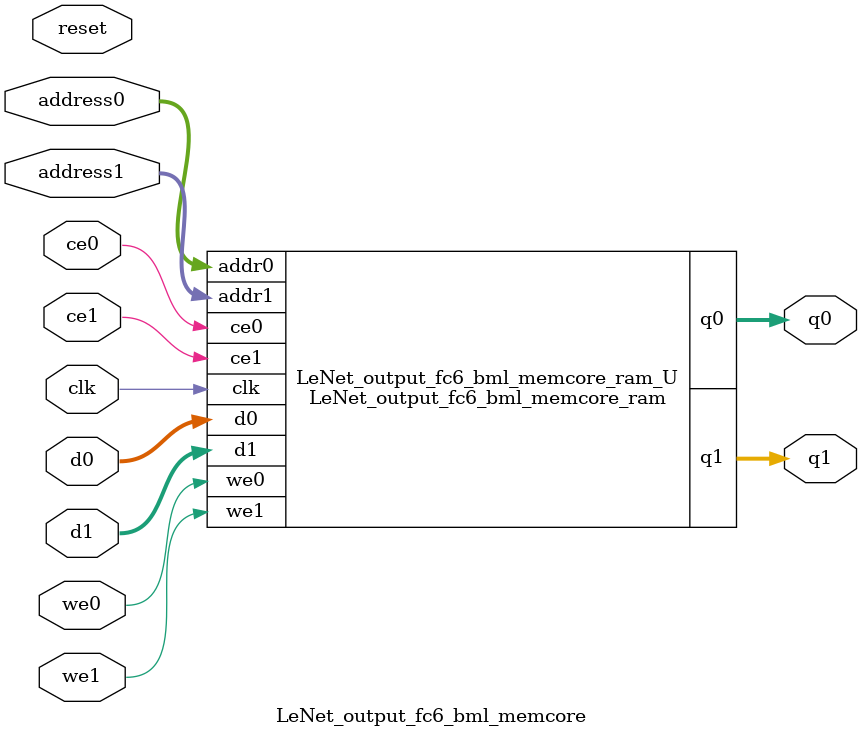
<source format=v>
`timescale 1 ns / 1 ps
module LeNet_output_fc6_bml_memcore_ram (addr0, ce0, d0, we0, q0, addr1, ce1, d1, we1, q1,  clk);

parameter DWIDTH = 32;
parameter AWIDTH = 4;
parameter MEM_SIZE = 10;

input[AWIDTH-1:0] addr0;
input ce0;
input[DWIDTH-1:0] d0;
input we0;
output reg[DWIDTH-1:0] q0;
input[AWIDTH-1:0] addr1;
input ce1;
input[DWIDTH-1:0] d1;
input we1;
output reg[DWIDTH-1:0] q1;
input clk;

(* ram_style = "distributed" *)reg [DWIDTH-1:0] ram[0:MEM_SIZE-1];




always @(posedge clk)  
begin 
    if (ce0) 
    begin
        if (we0) 
        begin 
            ram[addr0] <= d0; 
        end 
        q0 <= ram[addr0];
    end
end


always @(posedge clk)  
begin 
    if (ce1) 
    begin
        if (we1) 
        begin 
            ram[addr1] <= d1; 
        end 
        q1 <= ram[addr1];
    end
end


endmodule

`timescale 1 ns / 1 ps
module LeNet_output_fc6_bml_memcore(
    reset,
    clk,
    address0,
    ce0,
    we0,
    d0,
    q0,
    address1,
    ce1,
    we1,
    d1,
    q1);

parameter DataWidth = 32'd32;
parameter AddressRange = 32'd10;
parameter AddressWidth = 32'd4;
input reset;
input clk;
input[AddressWidth - 1:0] address0;
input ce0;
input we0;
input[DataWidth - 1:0] d0;
output[DataWidth - 1:0] q0;
input[AddressWidth - 1:0] address1;
input ce1;
input we1;
input[DataWidth - 1:0] d1;
output[DataWidth - 1:0] q1;



LeNet_output_fc6_bml_memcore_ram LeNet_output_fc6_bml_memcore_ram_U(
    .clk( clk ),
    .addr0( address0 ),
    .ce0( ce0 ),
    .we0( we0 ),
    .d0( d0 ),
    .q0( q0 ),
    .addr1( address1 ),
    .ce1( ce1 ),
    .we1( we1 ),
    .d1( d1 ),
    .q1( q1 ));

endmodule


</source>
